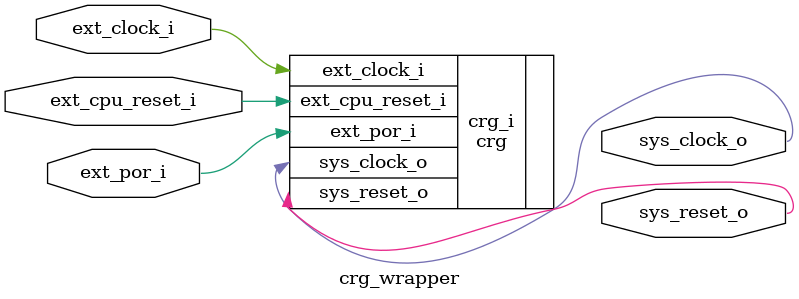
<source format=v>
`timescale 1 ps / 1 ps

module crg_wrapper
   (ext_clock_i,
    ext_cpu_reset_i,
    ext_por_i,
    sys_clock_o,
    sys_reset_o);
  input ext_clock_i;
  input ext_cpu_reset_i;
  input ext_por_i;
  output sys_clock_o;
  output [0:0]sys_reset_o;

  wire ext_clock_i;
  wire ext_cpu_reset_i;
  wire ext_por_i;
  wire sys_clock_o;
  wire [0:0]sys_reset_o;

  crg crg_i
       (.ext_clock_i(ext_clock_i),
        .ext_cpu_reset_i(ext_cpu_reset_i),
        .ext_por_i(ext_por_i),
        .sys_clock_o(sys_clock_o),
        .sys_reset_o(sys_reset_o));
endmodule

</source>
